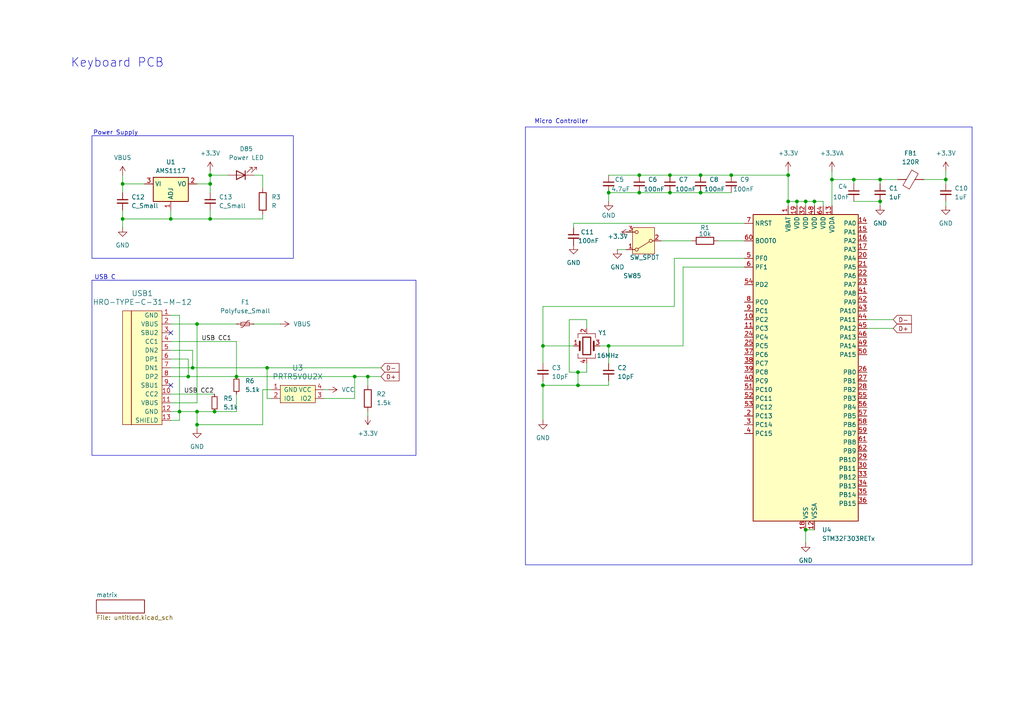
<source format=kicad_sch>
(kicad_sch (version 20231120) (generator "eeschema") (generator_version "8.0")
  (paper "A4")
  (lib_symbols
    (symbol "Device:C_Small" (pin_numbers hide) (pin_names (offset 0.254) hide)
      (property "Reference" "C" (at 0.254 1.778 0))
      (property "Value" "C_Small" (at 0.254 -2.032 0))
      (symbol "C_Small_0_1"
        (polyline (pts (xy -1.524 -0.508) (xy 1.524 -0.508)) (stroke (width 0.3302)))
        (polyline (pts (xy -1.524 0.508) (xy 1.524 0.508)) (stroke (width 0.3048)))
      )
      (symbol "C_Small_1_1"
        (pin passive line (at 0 2.54 270) (length 2.032) (name "~") (number "1"))
        (pin passive line (at 0 -2.54 90) (length 2.032) (name "~") (number "2"))
      )
    )
    (symbol "Device:Crystal_GND24" (pin_names (offset 1.016) hide)
      (property "Reference" "Y" (at 3.175 5.08 0))
      (property "Value" "Crystal_GND24" (at 3.175 3.175 0))
      (symbol "Crystal_GND24_0_1"
        (rectangle (start -1.143 2.54) (end 1.143 -2.54) (stroke (width 0.3048)))
        (polyline (pts (xy -2.54 0) (xy -2.032 0)))
        (polyline (pts (xy -2.032 -1.27) (xy -2.032 1.27)) (stroke (width 0.508)))
        (polyline (pts (xy 0 -3.81) (xy 0 -3.556)))
        (polyline (pts (xy 0 3.556) (xy 0 3.81)))
        (polyline (pts (xy 2.032 -1.27) (xy 2.032 1.27)) (stroke (width 0.508)))
        (polyline (pts (xy 2.032 0) (xy 2.54 0)))
        (polyline (pts (xy -2.54 -2.286) (xy -2.54 -3.556) (xy 2.54 -3.556) (xy 2.54 -2.286)))
        (polyline (pts (xy -2.54 2.286) (xy -2.54 3.556) (xy 2.54 3.556) (xy 2.54 2.286)))
      )
      (symbol "Crystal_GND24_1_1"
        (pin passive line (at -3.81 0 0) (length 1.27) (name "1") (number "1"))
        (pin passive line (at 0 5.08 270) (length 1.27) (name "2") (number "2"))
        (pin passive line (at 3.81 0 180) (length 1.27) (name "3") (number "3"))
        (pin passive line (at 0 -5.08 90) (length 1.27) (name "4") (number "4"))
      )
    )
    (symbol "Device:FerriteBead" (pin_numbers hide) (pin_names (offset 0))
      (property "Reference" "FB" (at -3.81 0.635 90))
      (property "Value" "FerriteBead" (at 3.81 0 90))
      (symbol "FerriteBead_0_1"
        (polyline (pts (xy 0 -1.27) (xy 0 -1.2192)))
        (polyline (pts (xy 0 1.27) (xy 0 1.2954)))
        (polyline (pts (xy -2.7686 0.4064) (xy -1.7018 2.2606) (xy 2.7686 -0.3048) (xy 1.6764 -2.159) (xy -2.7686 0.4064)))
      )
      (symbol "FerriteBead_1_1"
        (pin passive line (at 0 3.81 270) (length 2.54) (name "~") (number "1"))
        (pin passive line (at 0 -3.81 90) (length 2.54) (name "~") (number "2"))
      )
    )
    (symbol "Device:LED" (pin_numbers hide) (pin_names (offset 1.016) hide)
      (property "Reference" "D" (at 0 2.54 0))
      (property "Value" "LED" (at 0 -2.54 0))
      (symbol "LED_0_1"
        (polyline (pts (xy -1.27 -1.27) (xy -1.27 1.27)) (stroke (width 0.254)))
        (polyline (pts (xy -1.27 0) (xy 1.27 0)))
        (polyline (pts (xy 1.27 -1.27) (xy 1.27 1.27) (xy -1.27 0) (xy 1.27 -1.27)) (stroke (width 0.254)))
        (polyline (pts (xy -3.048 -0.762) (xy -4.572 -2.286) (xy -3.81 -2.286) (xy -4.572 -2.286) (xy -4.572 -1.524)))
        (polyline (pts (xy -1.778 -0.762) (xy -3.302 -2.286) (xy -2.54 -2.286) (xy -3.302 -2.286) (xy -3.302 -1.524)))
      )
      (symbol "LED_1_1"
        (pin passive line (at -3.81 0 0) (length 2.54) (name "K") (number "1"))
        (pin passive line (at 3.81 0 180) (length 2.54) (name "A") (number "2"))
      )
    )
    (symbol "Device:Polyfuse_Small" (pin_numbers hide) (pin_names (offset 0))
      (property "Reference" "F" (at -1.905 0 90))
      (property "Value" "Polyfuse_Small" (at 1.905 0 90))
      (symbol "Polyfuse_Small_0_1"
        (rectangle (start -0.508 1.27) (end 0.508 -1.27))
        (polyline (pts (xy 0 2.54) (xy 0 -2.54)))
        (polyline (pts (xy -1.016 1.27) (xy -1.016 0.762) (xy 1.016 -0.762) (xy 1.016 -1.27)))
      )
      (symbol "Polyfuse_Small_1_1"
        (pin passive line (at 0 2.54 270) (length 0.635) (name "~") (number "1"))
        (pin passive line (at 0 -2.54 90) (length 0.635) (name "~") (number "2"))
      )
    )
    (symbol "Device:R" (pin_numbers hide) (pin_names (offset 0))
      (property "Reference" "R" (at 2.032 0 90))
      (property "Value" "R" (at 0 0 90))
      (symbol "R_0_1"
        (rectangle (start -1.016 -2.54) (end 1.016 2.54) (stroke (width 0.254)))
      )
      (symbol "R_1_1"
        (pin passive line (at 0 3.81 270) (length 1.27) (name "~") (number "1"))
        (pin passive line (at 0 -3.81 90) (length 1.27) (name "~") (number "2"))
      )
    )
    (symbol "Device:R_Small" (pin_numbers hide) (pin_names (offset 0.254) hide)
      (property "Reference" "R" (at 0.762 0.508 0))
      (property "Value" "R_Small" (at 0.762 -1.016 0))
      (symbol "R_Small_0_1"
        (rectangle (start -0.762 1.778) (end 0.762 -1.778) (stroke (width 0.2032)))
      )
      (symbol "R_Small_1_1"
        (pin passive line (at 0 2.54 270) (length 0.762) (name "~") (number "1"))
        (pin passive line (at 0 -2.54 90) (length 0.762) (name "~") (number "2"))
      )
    )
    (symbol "MCU_ST_STM32F3:STM32F303RETx"
      (property "Reference" "U" (at -15.24 46.99 0))
      (property "Value" "STM32F303RETx" (at 10.16 46.99 0))
      (symbol "STM32F303RETx_0_1"
        (rectangle (start -15.24 -43.18) (end 15.24 45.72) (stroke (width 0.254)) (fill (type background)))
      )
      (symbol "STM32F303RETx_1_1"
        (pin power_in line (at -5.08 48.26 270) (length 2.54) (name "VBAT") (number "1"))
        (pin bidirectional line (at -17.78 15.24 0) (length 2.54) (name "PC2") (number "10"))
        (pin bidirectional line (at -17.78 12.7 0) (length 2.54) (name "PC3") (number "11"))
        (pin power_in line (at 2.54 -45.72 90) (length 2.54) (name "VSSA") (number "12"))
        (pin power_in line (at 7.62 48.26 270) (length 2.54) (name "VDDA") (number "13"))
        (pin bidirectional line (at 17.78 43.18 180) (length 2.54) (name "PA0") (number "14"))
        (pin bidirectional line (at 17.78 40.64 180) (length 2.54) (name "PA1") (number "15"))
        (pin bidirectional line (at 17.78 38.1 180) (length 2.54) (name "PA2") (number "16"))
        (pin bidirectional line (at 17.78 35.56 180) (length 2.54) (name "PA3") (number "17"))
        (pin power_in line (at 0 -45.72 90) (length 2.54) (name "VSS") (number "18"))
        (pin power_in line (at -2.54 48.26 270) (length 2.54) (name "VDD") (number "19"))
        (pin bidirectional line (at -17.78 -12.7 0) (length 2.54) (name "PC13") (number "2"))
        (pin bidirectional line (at 17.78 33.02 180) (length 2.54) (name "PA4") (number "20"))
        (pin bidirectional line (at 17.78 30.48 180) (length 2.54) (name "PA5") (number "21"))
        (pin bidirectional line (at 17.78 27.94 180) (length 2.54) (name "PA6") (number "22"))
        (pin bidirectional line (at 17.78 25.4 180) (length 2.54) (name "PA7") (number "23"))
        (pin bidirectional line (at -17.78 10.16 0) (length 2.54) (name "PC4") (number "24"))
        (pin bidirectional line (at -17.78 7.62 0) (length 2.54) (name "PC5") (number "25"))
        (pin bidirectional line (at 17.78 0 180) (length 2.54) (name "PB0") (number "26"))
        (pin bidirectional line (at 17.78 -2.54 180) (length 2.54) (name "PB1") (number "27"))
        (pin bidirectional line (at 17.78 -5.08 180) (length 2.54) (name "PB2") (number "28"))
        (pin bidirectional line (at 17.78 -25.4 180) (length 2.54) (name "PB10") (number "29"))
        (pin bidirectional line (at -17.78 -15.24 0) (length 2.54) (name "PC14") (number "3"))
        (pin bidirectional line (at 17.78 -27.94 180) (length 2.54) (name "PB11") (number "30"))
        (pin passive line (at 0 -45.72 90) (length 2.54) hide (name "VSS") (number "31"))
        (pin power_in line (at 0 48.26 270) (length 2.54) (name "VDD") (number "32"))
        (pin bidirectional line (at 17.78 -30.48 180) (length 2.54) (name "PB12") (number "33"))
        (pin bidirectional line (at 17.78 -33.02 180) (length 2.54) (name "PB13") (number "34"))
        (pin bidirectional line (at 17.78 -35.56 180) (length 2.54) (name "PB14") (number "35"))
        (pin bidirectional line (at 17.78 -38.1 180) (length 2.54) (name "PB15") (number "36"))
        (pin bidirectional line (at -17.78 5.08 0) (length 2.54) (name "PC6") (number "37"))
        (pin bidirectional line (at -17.78 2.54 0) (length 2.54) (name "PC7") (number "38"))
        (pin bidirectional line (at -17.78 0 0) (length 2.54) (name "PC8") (number "39"))
        (pin bidirectional line (at -17.78 -17.78 0) (length 2.54) (name "PC15") (number "4"))
        (pin bidirectional line (at -17.78 -2.54 0) (length 2.54) (name "PC9") (number "40"))
        (pin bidirectional line (at 17.78 22.86 180) (length 2.54) (name "PA8") (number "41"))
        (pin bidirectional line (at 17.78 20.32 180) (length 2.54) (name "PA9") (number "42"))
        (pin bidirectional line (at 17.78 17.78 180) (length 2.54) (name "PA10") (number "43"))
        (pin bidirectional line (at 17.78 15.24 180) (length 2.54) (name "PA11") (number "44"))
        (pin bidirectional line (at 17.78 12.7 180) (length 2.54) (name "PA12") (number "45"))
        (pin bidirectional line (at 17.78 10.16 180) (length 2.54) (name "PA13") (number "46"))
        (pin passive line (at 0 -45.72 90) (length 2.54) hide (name "VSS") (number "47"))
        (pin power_in line (at 2.54 48.26 270) (length 2.54) (name "VDD") (number "48"))
        (pin bidirectional line (at 17.78 7.62 180) (length 2.54) (name "PA14") (number "49"))
        (pin bidirectional line (at -17.78 33.02 0) (length 2.54) (name "PF0") (number "5"))
        (pin bidirectional line (at 17.78 5.08 180) (length 2.54) (name "PA15") (number "50"))
        (pin bidirectional line (at -17.78 -5.08 0) (length 2.54) (name "PC10") (number "51"))
        (pin bidirectional line (at -17.78 -7.62 0) (length 2.54) (name "PC11") (number "52"))
        (pin bidirectional line (at -17.78 -10.16 0) (length 2.54) (name "PC12") (number "53"))
        (pin bidirectional line (at -17.78 25.4 0) (length 2.54) (name "PD2") (number "54"))
        (pin bidirectional line (at 17.78 -7.62 180) (length 2.54) (name "PB3") (number "55"))
        (pin bidirectional line (at 17.78 -10.16 180) (length 2.54) (name "PB4") (number "56"))
        (pin bidirectional line (at 17.78 -12.7 180) (length 2.54) (name "PB5") (number "57"))
        (pin bidirectional line (at 17.78 -15.24 180) (length 2.54) (name "PB6") (number "58"))
        (pin bidirectional line (at 17.78 -17.78 180) (length 2.54) (name "PB7") (number "59"))
        (pin bidirectional line (at -17.78 30.48 0) (length 2.54) (name "PF1") (number "6"))
        (pin input line (at -17.78 38.1 0) (length 2.54) (name "BOOT0") (number "60"))
        (pin bidirectional line (at 17.78 -20.32 180) (length 2.54) (name "PB8") (number "61"))
        (pin bidirectional line (at 17.78 -22.86 180) (length 2.54) (name "PB9") (number "62"))
        (pin passive line (at 0 -45.72 90) (length 2.54) hide (name "VSS") (number "63"))
        (pin power_in line (at 5.08 48.26 270) (length 2.54) (name "VDD") (number "64"))
        (pin input line (at -17.78 43.18 0) (length 2.54) (name "NRST") (number "7"))
        (pin bidirectional line (at -17.78 20.32 0) (length 2.54) (name "PC0") (number "8"))
        (pin bidirectional line (at -17.78 17.78 0) (length 2.54) (name "PC1") (number "9"))
      )
    )
    (symbol "Regulator_Linear:AMS1117"
      (property "Reference" "U" (at -3.81 3.175 0))
      (property "Value" "AMS1117" (at 0 3.175 0))
      (symbol "AMS1117_0_1"
        (rectangle (start -5.08 -5.08) (end 5.08 1.905) (stroke (width 0.254)) (fill (type background)))
      )
      (symbol "AMS1117_1_1"
        (pin input line (at 0 -7.62 90) (length 2.54) (name "ADJ") (number "1"))
        (pin power_out line (at 7.62 0 180) (length 2.54) (name "VO") (number "2"))
        (pin power_in line (at -7.62 0 0) (length 2.54) (name "VI") (number "3"))
      )
    )
    (symbol "Switch:SW_SPDT" (pin_names (offset 0) hide)
      (property "Reference" "SW" (at 0 5.08 0))
      (property "Value" "SW_SPDT" (at 0 -5.08 0))
      (symbol "SW_SPDT_0_1"
        (circle (center -2.032 0) (radius 0.4572))
        (polyline (pts (xy -1.651 0.254) (xy 1.651 2.286)))
        (circle (center 2.032 -2.54) (radius 0.4572))
        (circle (center 2.032 2.54) (radius 0.4572))
      )
      (symbol "SW_SPDT_1_1"
        (rectangle (start -3.175 3.81) (end 3.175 -3.81) (fill (type background)))
        (pin passive line (at 5.08 2.54 180) (length 2.54) (name "A") (number "1"))
        (pin passive line (at -5.08 0 0) (length 2.54) (name "B") (number "2"))
        (pin passive line (at 5.08 -2.54 180) (length 2.54) (name "C") (number "3"))
      )
    )
    (symbol "Type-C:HRO-TYPE-C-31-M-12" (pin_names (offset 1.016))
      (property "Reference" "USB" (at -5.08 16.51 0))
      (property "Value" "HRO-TYPE-C-31-M-12" (at -10.16 -1.27 90))
      (symbol "HRO-TYPE-C-31-M-12_0_1"
        (rectangle (start -11.43 15.24) (end -8.89 -17.78) (fill (type background)))
        (rectangle (start 0 -17.78) (end -8.89 15.24) (fill (type background)))
      )
      (symbol "HRO-TYPE-C-31-M-12_1_1"
        (pin input line (at 2.54 13.97 180) (length 2.54) (name "GND") (number "1"))
        (pin input line (at 2.54 -8.89 180) (length 2.54) (name "CC2") (number "10"))
        (pin input line (at 2.54 -11.43 180) (length 2.54) (name "VBUS") (number "11"))
        (pin input line (at 2.54 -13.97 180) (length 2.54) (name "GND") (number "12"))
        (pin input line (at 2.54 -16.51 180) (length 2.54) (name "SHIELD") (number "13"))
        (pin input line (at 2.54 11.43 180) (length 2.54) (name "VBUS") (number "2"))
        (pin input line (at 2.54 8.89 180) (length 2.54) (name "SBU2") (number "3"))
        (pin input line (at 2.54 6.35 180) (length 2.54) (name "CC1") (number "4"))
        (pin input line (at 2.54 3.81 180) (length 2.54) (name "DN2") (number "5"))
        (pin input line (at 2.54 1.27 180) (length 2.54) (name "DP1") (number "6"))
        (pin input line (at 2.54 -1.27 180) (length 2.54) (name "DN1") (number "7"))
        (pin input line (at 2.54 -3.81 180) (length 2.54) (name "DP2") (number "8"))
        (pin input line (at 2.54 -6.35 180) (length 2.54) (name "SBU1") (number "9"))
      )
    )
    (symbol "power:+3.3V" (power) (pin_numbers hide) (pin_names (offset 0) hide)
      (property "Value" "+3.3V" (at 0 3.556 0))
      (symbol "+3.3V_0_1"
        (polyline (pts (xy -0.762 1.27) (xy 0 2.54)))
        (polyline (pts (xy 0 0) (xy 0 2.54)))
        (polyline (pts (xy 0 2.54) (xy 0.762 1.27)))
      )
      (symbol "+3.3V_1_1"
        (pin power_in line (at 0 0 90) (length 0) (name "~") (number "1"))
      )
    )
    (symbol "power:+3.3VA" (power) (pin_numbers hide) (pin_names (offset 0) hide)
      (property "Value" "+3.3VA" (at 0 3.556 0))
      (symbol "+3.3VA_0_1"
        (polyline (pts (xy -0.762 1.27) (xy 0 2.54)))
        (polyline (pts (xy 0 0) (xy 0 2.54)))
        (polyline (pts (xy 0 2.54) (xy 0.762 1.27)))
      )
      (symbol "+3.3VA_1_1"
        (pin power_in line (at 0 0 90) (length 0) (name "~") (number "1"))
      )
    )
    (symbol "power:GND" (power) (pin_numbers hide) (pin_names (offset 0) hide)
      (property "Value" "GND" (at 0 -3.81 0))
      (symbol "GND_0_1"
        (polyline (pts (xy 0 0) (xy 0 -1.27) (xy 1.27 -1.27) (xy 0 -2.54) (xy -1.27 -1.27) (xy 0 -1.27)))
      )
      (symbol "GND_1_1"
        (pin power_in line (at 0 0 270) (length 0) (name "~") (number "1"))
      )
    )
    (symbol "power:VBUS" (power) (pin_numbers hide) (pin_names (offset 0) hide)
      (property "Value" "VBUS" (at 0 3.556 0))
      (symbol "VBUS_0_1"
        (polyline (pts (xy -0.762 1.27) (xy 0 2.54)))
        (polyline (pts (xy 0 0) (xy 0 2.54)))
        (polyline (pts (xy 0 2.54) (xy 0.762 1.27)))
      )
      (symbol "VBUS_1_1"
        (pin power_in line (at 0 0 90) (length 0) (name "~") (number "1"))
      )
    )
    (symbol "power:VCC" (power) (pin_numbers hide) (pin_names (offset 0) hide)
      (property "Value" "VCC" (at 0 3.556 0))
      (symbol "VCC_0_1"
        (polyline (pts (xy -0.762 1.27) (xy 0 2.54)))
        (polyline (pts (xy 0 0) (xy 0 2.54)))
        (polyline (pts (xy 0 2.54) (xy 0.762 1.27)))
      )
      (symbol "VCC_1_1"
        (pin power_in line (at 0 0 90) (length 0) (name "~") (number "1"))
      )
    )
    (symbol "random-keyboard-parts:PRTR5V0U2X" (pin_names (offset 1.016))
      (property "Reference" "U" (at 0 3.81 0))
      (property "Value" "PRTR5V0U2X" (at 0 -3.81 0))
      (symbol "PRTR5V0U2X_0_1"
        (rectangle (start -5.08 2.54) (end 5.08 -2.54) (fill (type background)))
      )
      (symbol "PRTR5V0U2X_1_1"
        (pin input line (at -7.62 1.27 0) (length 2.54) (name "GND") (number "1"))
        (pin input line (at -7.62 -1.27 0) (length 2.54) (name "IO1") (number "2"))
        (pin input line (at 7.62 -1.27 180) (length 2.54) (name "IO2") (number "3"))
        (pin input line (at 7.62 1.27 180) (length 2.54) (name "VCC") (number "4"))
      )
    )
  )
  (junction (at 274.32 52.07))
  (junction (at 255.27 52.07))
  (junction (at 231.14 58.42))
  (junction (at 62.23 119.38))
  (junction (at 185.42 50.8))
  (junction (at 185.42 55.88))
  (junction (at 167.64 107.95))
  (junction (at 106.68 109.22))
  (junction (at 35.56 53.34))
  (junction (at 49.53 63.5))
  (junction (at 233.68 58.42))
  (junction (at 241.3 52.07))
  (junction (at 203.2 50.8))
  (junction (at 60.96 50.8))
  (junction (at 77.47 106.68))
  (junction (at 176.53 55.88))
  (junction (at 247.65 52.07))
  (junction (at 167.64 111.76))
  (junction (at 255.27 58.42))
  (junction (at 60.96 53.34))
  (junction (at 57.15 119.38))
  (junction (at 194.31 50.8))
  (junction (at 233.68 153.67))
  (junction (at 54.61 109.22))
  (junction (at 212.09 50.8))
  (junction (at 228.6 58.42))
  (junction (at 157.48 111.76))
  (junction (at 55.88 106.68))
  (junction (at 57.15 93.98))
  (junction (at 102.87 109.22))
  (junction (at 60.96 63.5))
  (junction (at 157.48 100.33))
  (junction (at 57.15 123.19))
  (junction (at 35.56 63.5))
  (junction (at 203.2 55.88))
  (junction (at 176.53 100.33))
  (junction (at 194.31 55.88))
  (junction (at 52.07 119.38))
  (junction (at 228.6 50.8))
  (junction (at 68.58 109.22))
  (junction (at 236.22 58.42))
  (no_connect (at 49.53 96.52))
  (no_connect (at 49.53 111.76))
  (wire (pts (xy 170.18 95.25) (xy 170.18 92.71)))
  (wire (pts (xy 157.48 100.33) (xy 157.48 105.41)))
  (wire (pts (xy 57.15 93.98) (xy 68.58 93.98)))
  (wire (pts (xy 176.53 110.49) (xy 176.53 111.76)))
  (wire (pts (xy 170.18 92.71) (xy 165.1 92.71)))
  (wire (pts (xy 167.64 107.95) (xy 170.18 107.95)))
  (wire (pts (xy 49.53 104.14) (xy 54.61 104.14)))
  (wire (pts (xy 165.1 107.95) (xy 167.64 107.95)))
  (wire (pts (xy 49.53 91.44) (xy 52.07 91.44)))
  (wire (pts (xy 157.48 100.33) (xy 157.48 88.9)))
  (wire (pts (xy 68.58 109.22) (xy 102.87 109.22)))
  (wire (pts (xy 60.96 53.34) (xy 60.96 55.88)))
  (wire (pts (xy 52.07 121.92) (xy 49.53 121.92)))
  (wire (pts (xy 73.66 93.98) (xy 81.28 93.98)))
  (wire (pts (xy 35.56 63.5) (xy 35.56 66.04)))
  (wire (pts (xy 157.48 110.49) (xy 157.48 111.76)))
  (wire (pts (xy 76.2 113.03) (xy 76.2 123.19)))
  (wire (pts (xy 52.07 119.38) (xy 52.07 121.92)))
  (wire (pts (xy 57.15 119.38) (xy 57.15 123.19)))
  (wire (pts (xy 78.74 113.03) (xy 76.2 113.03)))
  (wire (pts (xy 93.98 113.03) (xy 95.25 113.03)))
  (wire (pts (xy 49.53 99.06) (xy 68.58 99.06)))
  (wire (pts (xy 231.14 58.42) (xy 231.14 59.69)))
  (wire (pts (xy 233.68 58.42) (xy 233.68 59.69)))
  (wire (pts (xy 106.68 109.22) (xy 106.68 111.76)))
  (wire (pts (xy 157.48 88.9) (xy 195.58 88.9)))
  (wire (pts (xy 49.53 101.6) (xy 55.88 101.6)))
  (wire (pts (xy 166.37 66.04) (xy 166.37 64.77)))
  (wire (pts (xy 49.53 63.5) (xy 60.96 63.5)))
  (wire (pts (xy 54.61 109.22) (xy 68.58 109.22)))
  (wire (pts (xy 182.88 67.31) (xy 181.61 67.31)))
  (wire (pts (xy 228.6 49.53) (xy 228.6 50.8)))
  (wire (pts (xy 195.58 74.93) (xy 215.9 74.93)))
  (wire (pts (xy 228.6 59.69) (xy 228.6 58.42)))
  (wire (pts (xy 35.56 50.8) (xy 35.56 53.34)))
  (wire (pts (xy 102.87 109.22) (xy 106.68 109.22)))
  (wire (pts (xy 35.56 63.5) (xy 49.53 63.5)))
  (wire (pts (xy 274.32 49.53) (xy 274.32 52.07)))
  (wire (pts (xy 76.2 63.5) (xy 60.96 63.5)))
  (wire (pts (xy 68.58 99.06) (xy 68.58 109.22)))
  (wire (pts (xy 259.08 95.25) (xy 251.46 95.25)))
  (wire (pts (xy 49.53 114.3) (xy 62.23 114.3)))
  (wire (pts (xy 166.37 100.33) (xy 157.48 100.33)))
  (wire (pts (xy 176.53 55.88) (xy 176.53 58.42)))
  (wire (pts (xy 57.15 123.19) (xy 57.15 124.46)))
  (wire (pts (xy 233.68 153.67) (xy 236.22 153.67)))
  (wire (pts (xy 255.27 59.69) (xy 255.27 58.42)))
  (wire (pts (xy 195.58 74.93) (xy 195.58 88.9)))
  (wire (pts (xy 228.6 50.8) (xy 228.6 58.42)))
  (wire (pts (xy 60.96 50.8) (xy 66.04 50.8)))
  (wire (pts (xy 173.99 100.33) (xy 176.53 100.33)))
  (wire (pts (xy 236.22 58.42) (xy 238.76 58.42)))
  (wire (pts (xy 49.53 106.68) (xy 55.88 106.68)))
  (wire (pts (xy 166.37 64.77) (xy 215.9 64.77)))
  (wire (pts (xy 191.77 69.85) (xy 200.66 69.85)))
  (wire (pts (xy 228.6 58.42) (xy 231.14 58.42)))
  (wire (pts (xy 35.56 53.34) (xy 35.56 55.88)))
  (wire (pts (xy 157.48 111.76) (xy 157.48 121.92)))
  (wire (pts (xy 76.2 62.23) (xy 76.2 63.5)))
  (wire (pts (xy 176.53 55.88) (xy 185.42 55.88)))
  (wire (pts (xy 57.15 116.84) (xy 49.53 116.84)))
  (wire (pts (xy 49.53 109.22) (xy 54.61 109.22)))
  (wire (pts (xy 68.58 114.3) (xy 68.58 119.38)))
  (wire (pts (xy 77.47 106.68) (xy 110.49 106.68)))
  (wire (pts (xy 77.47 115.57) (xy 77.47 106.68)))
  (wire (pts (xy 247.65 52.07) (xy 255.27 52.07)))
  (wire (pts (xy 76.2 123.19) (xy 57.15 123.19)))
  (wire (pts (xy 49.53 119.38) (xy 52.07 119.38)))
  (wire (pts (xy 176.53 100.33) (xy 198.12 100.33)))
  (wire (pts (xy 76.2 50.8) (xy 76.2 54.61)))
  (wire (pts (xy 247.65 53.34) (xy 247.65 52.07)))
  (wire (pts (xy 176.53 50.8) (xy 185.42 50.8)))
  (wire (pts (xy 60.96 49.53) (xy 60.96 50.8)))
  (wire (pts (xy 255.27 52.07) (xy 260.35 52.07)))
  (wire (pts (xy 68.58 119.38) (xy 62.23 119.38)))
  (wire (pts (xy 231.14 58.42) (xy 233.68 58.42)))
  (wire (pts (xy 185.42 50.8) (xy 194.31 50.8)))
  (wire (pts (xy 170.18 107.95) (xy 170.18 105.41)))
  (wire (pts (xy 52.07 91.44) (xy 52.07 119.38)))
  (wire (pts (xy 167.64 111.76) (xy 157.48 111.76)))
  (wire (pts (xy 212.09 50.8) (xy 228.6 50.8)))
  (wire (pts (xy 57.15 93.98) (xy 57.15 116.84)))
  (wire (pts (xy 185.42 55.88) (xy 194.31 55.88)))
  (wire (pts (xy 41.91 53.34) (xy 35.56 53.34)))
  (wire (pts (xy 255.27 53.34) (xy 255.27 52.07)))
  (wire (pts (xy 233.68 153.67) (xy 233.68 157.48)))
  (wire (pts (xy 241.3 52.07) (xy 247.65 52.07)))
  (wire (pts (xy 233.68 58.42) (xy 236.22 58.42)))
  (wire (pts (xy 35.56 60.96) (xy 35.56 63.5)))
  (wire (pts (xy 55.88 101.6) (xy 55.88 106.68)))
  (wire (pts (xy 247.65 58.42) (xy 255.27 58.42)))
  (wire (pts (xy 52.07 119.38) (xy 57.15 119.38)))
  (wire (pts (xy 102.87 115.57) (xy 102.87 109.22)))
  (wire (pts (xy 198.12 100.33) (xy 198.12 77.47)))
  (wire (pts (xy 54.61 104.14) (xy 54.61 109.22)))
  (wire (pts (xy 106.68 119.38) (xy 106.68 120.65)))
  (wire (pts (xy 274.32 58.42) (xy 274.32 59.69)))
  (wire (pts (xy 49.53 93.98) (xy 57.15 93.98)))
  (wire (pts (xy 60.96 63.5) (xy 60.96 60.96)))
  (wire (pts (xy 194.31 50.8) (xy 203.2 50.8)))
  (wire (pts (xy 60.96 50.8) (xy 60.96 53.34)))
  (wire (pts (xy 49.53 60.96) (xy 49.53 63.5)))
  (wire (pts (xy 179.07 72.39) (xy 181.61 72.39)))
  (wire (pts (xy 241.3 52.07) (xy 241.3 59.69)))
  (wire (pts (xy 176.53 54.61) (xy 176.53 55.88)))
  (wire (pts (xy 106.68 109.22) (xy 110.49 109.22)))
  (wire (pts (xy 241.3 49.53) (xy 241.3 52.07)))
  (wire (pts (xy 198.12 77.47) (xy 215.9 77.47)))
  (wire (pts (xy 238.76 59.69) (xy 238.76 58.42)))
  (wire (pts (xy 176.53 111.76) (xy 167.64 111.76)))
  (wire (pts (xy 236.22 58.42) (xy 236.22 59.69)))
  (wire (pts (xy 57.15 119.38) (xy 62.23 119.38)))
  (wire (pts (xy 167.64 107.95) (xy 167.64 111.76)))
  (wire (pts (xy 93.98 115.57) (xy 102.87 115.57)))
  (wire (pts (xy 208.28 69.85) (xy 215.9 69.85)))
  (wire (pts (xy 73.66 50.8) (xy 76.2 50.8)))
  (wire (pts (xy 274.32 52.07) (xy 274.32 53.34)))
  (wire (pts (xy 78.74 115.57) (xy 77.47 115.57)))
  (wire (pts (xy 267.97 52.07) (xy 274.32 52.07)))
  (wire (pts (xy 203.2 55.88) (xy 212.09 55.88)))
  (wire (pts (xy 203.2 50.8) (xy 212.09 50.8)))
  (wire (pts (xy 259.08 92.71) (xy 251.46 92.71)))
  (wire (pts (xy 176.53 100.33) (xy 176.53 105.41)))
  (wire (pts (xy 57.15 53.34) (xy 60.96 53.34)))
  (wire (pts (xy 165.1 92.71) (xy 165.1 107.95)))
  (wire (pts (xy 194.31 55.88) (xy 203.2 55.88)))
  (wire (pts (xy 55.88 106.68) (xy 77.47 106.68)))
  (rectangle (start 26.67 81.28) (end 120.65 132.08))
  (rectangle (start 152.4 36.83) (end 281.94 163.83))
  (rectangle (start 26.67 39.37) (end 85.09 74.93))
  (text "USB C" (at 30.48 80.518 0) (effects (font (size 1.27 1.27))))
  (text "Micro Controller" (at 162.814 35.306 0) (effects (font (size 1.27 1.27))))
  (text "Keyboard PCB" (at 34.036 18.288 0) (effects (font (size 2.54 2.54))))
  (text "Power Supply" (at 33.528 38.608 0) (effects (font (size 1.27 1.27))))
  (label "USB CC1" (at 58.42 99.06 0))
  (label "USB CC2" (at 53.34 114.3 0))
  (global_label "D-" (shape input) (at 259.08 92.71 0) (property "Intersheetrefs" "${INTERSHEET_REFS}" (effects (hide yes))))
  (global_label "D+" (shape input) (at 259.08 95.25 0) (property "Intersheetrefs" "${INTERSHEET_REFS}" (effects (hide yes))))
  (global_label "D+" (shape input) (at 110.49 109.22 0) (property "Intersheetrefs" "${INTERSHEET_REFS}" (effects (hide yes))))
  (global_label "D-" (shape input) (at 110.49 106.68 0) (property "Intersheetrefs" "${INTERSHEET_REFS}" (effects (hide yes))))
  (symbol (lib_id "power:GND") (at 274.32 59.69 0) (unit 1)
    (property "Reference" "#PWR01" (effects (hide yes)))
    (property "Value" "GND" (at 274.32 64.77 0))
    (property "Description" "Power symbol creates a global label with name \"GND\" , ground" (effects (hide yes)))
  )
  (symbol (lib_id "power:VCC") (at 95.25 113.03 270) (unit 1)
    (property "Reference" "#PWR015" (effects (hide yes)))
    (property "Value" "VCC" (at 99.06 113.0299 90) (effects (justify left)))
    (property "Description" "Power symbol creates a global label with name \"VCC\"" (effects (hide yes)))
  )
  (symbol (lib_id "power:+3.3V") (at 274.32 49.53 0) (unit 1)
    (property "Reference" "#PWR08" (effects (hide yes)))
    (property "Value" "+3.3V" (at 274.32 44.45 0))
    (property "Description" "Power symbol creates a global label with name \"+3.3V\"" (effects (hide yes)))
  )
  (symbol (lib_id "Device:C_Small") (at 60.96 58.42 0) (unit 1)
    (property "Reference" "C13" (at 63.5 57.1562 0) (effects (justify left)))
    (property "Value" "C_Small" (at 63.5 59.6962 0) (effects (justify left)))
    (property "Description" "Unpolarized capacitor, small symbol" (effects (hide yes)))
  )
  (symbol (lib_id "power:GND") (at 157.48 121.92 0) (unit 1)
    (property "Reference" "#PWR05" (effects (hide yes)))
    (property "Value" "GND" (at 157.48 127 0))
    (property "Description" "Power symbol creates a global label with name \"GND\" , ground" (effects (hide yes)))
  )
  (symbol (lib_id "power:GND") (at 57.15 124.46 0) (unit 1)
    (property "Reference" "#PWR014" (effects (hide yes)))
    (property "Value" "GND" (at 57.15 129.54 0))
    (property "Description" "Power symbol creates a global label with name \"GND\" , ground" (effects (hide yes)))
  )
  (symbol (lib_id "Device:FerriteBead") (at 264.16 52.07 90) (unit 1)
    (property "Reference" "FB1" (at 264.1092 44.45 90))
    (property "Value" "120R" (at 264.1092 46.99 90))
    (property "Description" "Ferrite bead" (effects (hide yes)))
  )
  (symbol (lib_id "power:+3.3V") (at 106.68 120.65 180) (unit 1)
    (property "Reference" "#PWR013" (effects (hide yes)))
    (property "Value" "+3.3V" (at 106.68 125.73 0))
    (property "Description" "Power symbol creates a global label with name \"+3.3V\"" (effects (hide yes)))
  )
  (symbol (lib_id "Device:Crystal_GND24") (at 170.18 100.33 0) (unit 1)
    (property "Reference" "Y1" (at 174.752 96.52 0))
    (property "Value" "16MHz" (at 176.276 103.124 0))
    (property "Description" "Four pin crystal, GND on pins 2 and 4" (effects (hide yes)))
  )
  (symbol (lib_id "power:GND") (at 166.37 71.12 0) (unit 1)
    (property "Reference" "#PWR06" (effects (hide yes)))
    (property "Value" "GND" (at 166.37 76.2 0))
    (property "Description" "Power symbol creates a global label with name \"GND\" , ground" (effects (hide yes)))
  )
  (symbol (lib_id "Device:C_Small") (at 194.31 53.34 0) (unit 1)
    (property "Reference" "C7" (at 196.85 52.0762 0) (effects (justify left)))
    (property "Value" "100nF" (at 195.834 54.864 0) (effects (justify left)))
    (property "Description" "Unpolarized capacitor, small symbol" (effects (hide yes)))
  )
  (symbol (lib_id "Device:C_Small") (at 35.56 58.42 0) (unit 1)
    (property "Reference" "C12" (at 38.1 57.1562 0) (effects (justify left)))
    (property "Value" "C_Small" (at 38.1 59.6962 0) (effects (justify left)))
    (property "Description" "Unpolarized capacitor, small symbol" (effects (hide yes)))
  )
  (symbol (lib_id "power:VBUS") (at 35.56 50.8 0) (unit 1)
    (property "Reference" "#PWR018" (effects (hide yes)))
    (property "Value" "VBUS" (at 35.56 45.72 0))
    (property "Description" "Power symbol creates a global label with name \"VBUS\"" (effects (hide yes)))
  )
  (symbol (lib_id "Device:C_Small") (at 255.27 55.88 0) (unit 1)
    (property "Reference" "C1" (at 257.81 54.6162 0) (effects (justify left)))
    (property "Value" "1uF" (at 257.81 57.1562 0) (effects (justify left)))
    (property "Description" "Unpolarized capacitor, small symbol" (effects (hide yes)))
  )
  (symbol (lib_id "Device:LED") (at 69.85 50.8 180) (unit 1)
    (property "Reference" "D85" (at 71.4375 43.18 0))
    (property "Value" "Power LED" (at 71.4375 45.72 0))
    (property "Description" "Light emitting diode" (effects (hide yes)))
  )
  (symbol (lib_id "power:+3.3V") (at 228.6 49.53 0) (unit 1)
    (property "Reference" "#PWR03" (effects (hide yes)))
    (property "Value" "+3.3V" (at 228.6 44.45 0))
    (property "Description" "Power symbol creates a global label with name \"+3.3V\"" (effects (hide yes)))
  )
  (symbol (lib_id "Switch:SW_SPDT") (at 186.69 69.85 180) (unit 1)
    (property "Reference" "SW85" (at 183.388 80.01 0))
    (property "Value" "SW_SPDT" (at 186.944 74.676 0))
    (property "Description" "Switch, single pole double throw" (effects (hide yes)))
  )
  (symbol (lib_id "Device:R_Small") (at 68.58 111.76 0) (unit 1)
    (property "Reference" "R6" (at 71.12 110.4899 0) (effects (justify left)))
    (property "Value" "5.1k" (at 71.12 113.0299 0) (effects (justify left)))
    (property "Description" "Resistor, small symbol" (effects (hide yes)))
  )
  (symbol (lib_id "Device:R") (at 76.2 58.42 0) (unit 1)
    (property "Reference" "R3" (at 78.74 57.1499 0) (effects (justify left)))
    (property "Value" "R" (at 78.74 59.6899 0) (effects (justify left)))
    (property "Description" "Resistor" (effects (hide yes)))
  )
  (symbol (lib_id "Device:R_Small") (at 62.23 116.84 0) (unit 1)
    (property "Reference" "R5" (at 64.77 115.5699 0) (effects (justify left)))
    (property "Value" "5.1k" (at 64.77 118.1099 0) (effects (justify left)))
    (property "Description" "Resistor, small symbol" (effects (hide yes)))
  )
  (symbol (lib_id "Device:C_Small") (at 176.53 53.34 0) (unit 1)
    (property "Reference" "C5" (at 178.308 52.07 0) (effects (justify left)))
    (property "Value" "4.7uF" (at 177.292 54.864 0) (effects (justify left)))
    (property "Description" "Unpolarized capacitor, small symbol" (effects (hide yes)))
  )
  (symbol (lib_id "power:GND") (at 255.27 59.69 0) (unit 1)
    (property "Reference" "#PWR02" (effects (hide yes)))
    (property "Value" "GND" (at 255.27 64.77 0))
    (property "Description" "Power symbol creates a global label with name \"GND\" , ground" (effects (hide yes)))
  )
  (symbol (lib_id "MCU_ST_STM32F3:STM32F303RETx") (at 233.68 107.95 0) (unit 1)
    (property "Reference" "U4" (at 238.4141 153.67 0) (effects (justify left)))
    (property "Value" "STM32F303RETx" (at 238.4141 156.21 0) (effects (justify left)))
    (property "Footprint" "Package_QFP:LQFP-64_10x10mm_P0.5mm" (effects (hide yes)))
    (property "Datasheet" "https://www.st.com/resource/en/datasheet/stm32f303re.pdf" (effects (hide yes)))
    (property "Description" "STMicroelectronics Arm Cortex-M4 MCU, 512KB flash, 80KB RAM, 72 MHz, 2.0-3.6V, 51 GPIO, LQFP64" (effects (hide yes)))
  )
  (symbol (lib_id "Device:C_Small") (at 212.09 53.34 0) (unit 1)
    (property "Reference" "C9" (at 214.63 52.0762 0) (effects (justify left)))
    (property "Value" "100nF" (at 212.598 54.864 0) (effects (justify left)))
    (property "Description" "Unpolarized capacitor, small symbol" (effects (hide yes)))
  )
  (symbol (lib_id "Device:C_Small") (at 203.2 53.34 0) (unit 1)
    (property "Reference" "C8" (at 205.74 52.0762 0) (effects (justify left)))
    (property "Value" "100nF" (at 204.216 54.864 0) (effects (justify left)))
    (property "Description" "Unpolarized capacitor, small symbol" (effects (hide yes)))
  )
  (symbol (lib_id "Device:R") (at 106.68 115.57 0) (unit 1)
    (property "Reference" "R2" (at 109.22 114.2999 0) (effects (justify left)))
    (property "Value" "1.5k" (at 109.22 116.8399 0) (effects (justify left)))
    (property "Description" "Resistor" (effects (hide yes)))
  )
  (symbol (lib_id "Device:C_Small") (at 157.48 107.95 0) (unit 1)
    (property "Reference" "C3" (at 160.02 106.6862 0) (effects (justify left)))
    (property "Value" "10pF" (at 160.02 109.2262 0) (effects (justify left)))
    (property "Description" "Unpolarized capacitor, small symbol" (effects (hide yes)))
  )
  (symbol (lib_id "Device:C_Small") (at 166.37 68.58 0) (unit 1)
    (property "Reference" "C11" (at 168.402 67.31 0) (effects (justify left)))
    (property "Value" "100nF" (at 167.64 69.85 0) (effects (justify left)))
    (property "Description" "Unpolarized capacitor, small symbol" (effects (hide yes)))
  )
  (symbol (lib_id "power:GND") (at 179.07 72.39 0) (unit 1)
    (property "Reference" "#PWR09" (effects (hide yes)))
    (property "Value" "GND" (at 179.07 77.47 0))
    (property "Description" "Power symbol creates a global label with name \"GND\" , ground" (effects (hide yes)))
  )
  (symbol (lib_id "power:GND") (at 233.68 157.48 0) (unit 1)
    (property "Reference" "#PWR017" (effects (hide yes)))
    (property "Value" "GND" (at 233.68 162.56 0))
    (property "Description" "Power symbol creates a global label with name \"GND\" , ground" (effects (hide yes)))
  )
  (symbol (lib_id "power:VBUS") (at 81.28 93.98 270) (unit 1)
    (property "Reference" "#PWR011" (effects (hide yes)))
    (property "Value" "VBUS" (at 85.09 93.9799 90) (effects (justify left)))
    (property "Description" "Power symbol creates a global label with name \"VBUS\"" (effects (hide yes)))
  )
  (symbol (lib_id "Device:C_Small") (at 185.42 53.34 0) (unit 1)
    (property "Reference" "C6" (at 187.96 52.0762 0) (effects (justify left)))
    (property "Value" "100nF" (at 186.69 54.864 0) (effects (justify left)))
    (property "Description" "Unpolarized capacitor, small symbol" (effects (hide yes)))
  )
  (symbol (lib_id "Device:C_Small") (at 176.53 107.95 0) (unit 1)
    (property "Reference" "C2" (at 179.07 106.6862 0) (effects (justify left)))
    (property "Value" "10pF" (at 179.07 109.2262 0) (effects (justify left)))
    (property "Description" "Unpolarized capacitor, small symbol" (effects (hide yes)))
  )
  (symbol (lib_id "Device:Polyfuse_Small") (at 71.12 93.98 90) (unit 1)
    (property "Reference" "F1" (at 71.12 87.63 90))
    (property "Value" "Polyfuse_Small" (at 71.12 90.17 90))
    (property "Description" "Resettable fuse, polymeric positive temperature coefficient, small symbol" (effects (hide yes)))
  )
  (symbol (lib_id "Device:R") (at 204.47 69.85 90) (unit 1)
    (property "Reference" "R1" (at 204.47 66.04 90))
    (property "Value" "10k" (at 204.47 67.818 90))
    (property "Description" "Resistor" (effects (hide yes)))
  )
  (symbol (lib_id "power:+3.3VA") (at 241.3 49.53 0) (unit 1)
    (property "Reference" "#PWR07" (effects (hide yes)))
    (property "Value" "+3.3VA" (at 241.3 44.45 0))
    (property "Description" "Power symbol creates a global label with name \"+3.3VA\"" (effects (hide yes)))
  )
  (symbol (lib_id "power:+3.3V") (at 182.88 67.31 90) (unit 1)
    (property "Reference" "#PWR010" (effects (hide yes)))
    (property "Value" "+3.3V" (at 182.118 68.58 90) (effects (justify left)))
    (property "Description" "Power symbol creates a global label with name \"+3.3V\"" (effects (hide yes)))
  )
  (symbol (lib_id "random-keyboard-parts:PRTR5V0U2X") (at 86.36 114.3 0) (unit 1)
    (property "Reference" "U3" (at 86.36 106.68 0) (effects (font (size 1.524 1.524))))
    (property "Value" "PRTR5V0U2X" (at 86.36 109.22 0) (effects (font (size 1.524 1.524))))
  )
  (symbol (lib_id "power:+3.3V") (at 60.96 49.53 0) (unit 1)
    (property "Reference" "#PWR019" (effects (hide yes)))
    (property "Value" "+3.3V" (at 60.96 44.45 0))
    (property "Description" "Power symbol creates a global label with name \"+3.3V\"" (effects (hide yes)))
  )
  (symbol (lib_id "Device:C_Small") (at 274.32 55.88 0) (unit 1)
    (property "Reference" "C10" (at 276.86 54.6162 0) (effects (justify left)))
    (property "Value" "1uF" (at 276.86 57.1562 0) (effects (justify left)))
    (property "Description" "Unpolarized capacitor, small symbol" (effects (hide yes)))
  )
  (symbol (lib_id "Regulator_Linear:AMS1117") (at 49.53 53.34 0) (unit 1)
    (property "Reference" "U1" (at 49.53 46.99 0))
    (property "Value" "AMS1117" (at 49.53 49.53 0))
    (property "Footprint" "Package_TO_SOT_SMD:SOT-223-3_TabPin2" (effects (hide yes)))
    (property "Datasheet" "http://www.advanced-monolithic.com/pdf/ds1117.pdf" (effects (hide yes)))
    (property "Description" "1A Low Dropout regulator, positive, adjustable output, SOT-223" (effects (hide yes)))
  )
  (symbol (lib_id "Device:C_Small") (at 247.65 55.88 0) (unit 1)
    (property "Reference" "C4" (at 243.078 54.102 0) (effects (justify left)))
    (property "Value" "10nF" (at 241.554 57.15 0) (effects (justify left)))
    (property "Description" "Unpolarized capacitor, small symbol" (effects (hide yes)))
  )
  (symbol (lib_id "power:GND") (at 35.56 66.04 0) (unit 1)
    (property "Reference" "#PWR016" (effects (hide yes)))
    (property "Value" "GND" (at 35.56 71.12 0))
    (property "Description" "Power symbol creates a global label with name \"GND\" , ground" (effects (hide yes)))
  )
  (symbol (lib_id "Type-C:HRO-TYPE-C-31-M-12") (at 46.99 105.41 0) (unit 1)
    (property "Reference" "USB1" (at 41.275 85.09 0) (effects (font (size 1.524 1.524))))
    (property "Value" "HRO-TYPE-C-31-M-12" (at 41.275 87.63 0) (effects (font (size 1.524 1.524))))
  )
  (symbol (lib_id "power:GND") (at 176.53 58.42 0) (unit 1)
    (property "Reference" "#PWR04" (effects (hide yes)))
    (property "Value" "GND" (at 176.53 62.484 0))
    (property "Description" "Power symbol creates a global label with name \"GND\" , ground" (effects (hide yes)))
  )
  (sheet (at 27.94 173.99) (size 13.97 3.81) (stroke (width 0.1524))
    (property "Sheetname" "matrix" (at 27.94 173.2784 0) (effects (justify left bottom)))
    (property "Sheetfile" "untitled.kicad_sch" (at 27.94 178.3846 0) (effects (justify left top)))
  )
)
</source>
